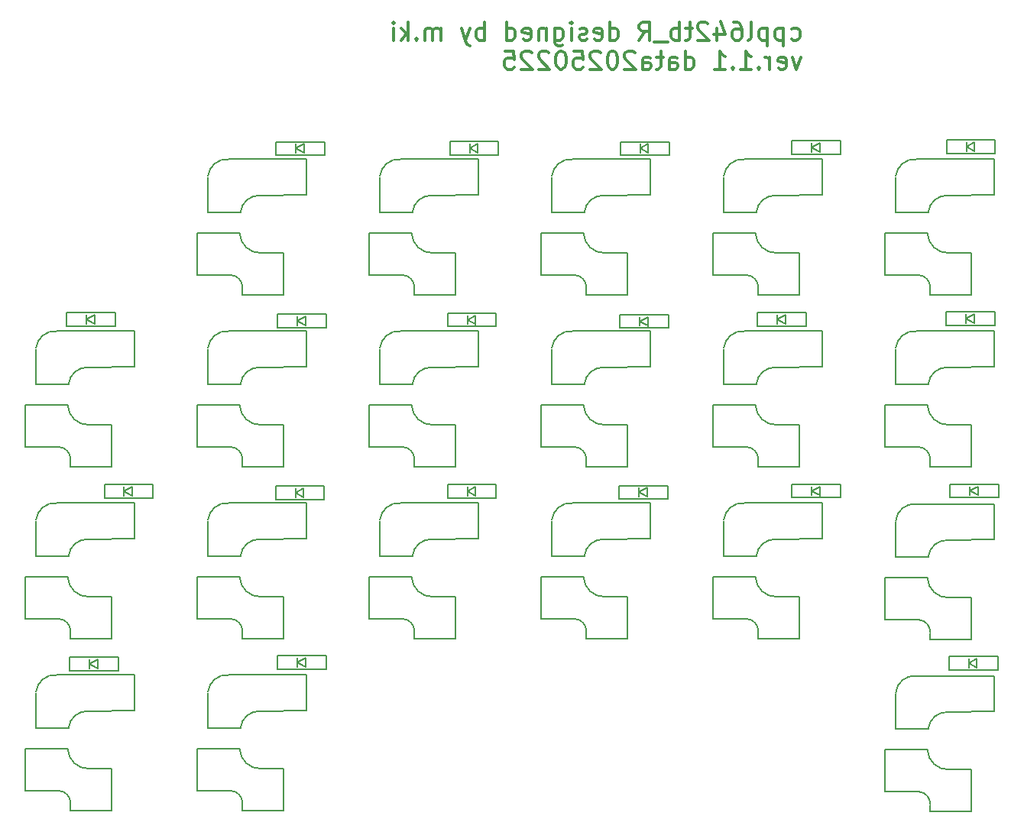
<source format=gbr>
%TF.GenerationSoftware,KiCad,Pcbnew,8.0.7*%
%TF.CreationDate,2025-02-26T14:12:20+09:00*%
%TF.ProjectId,cool642tb_R,636f6f6c-3634-4327-9462-5f522e6b6963,rev?*%
%TF.SameCoordinates,Original*%
%TF.FileFunction,Legend,Bot*%
%TF.FilePolarity,Positive*%
%FSLAX46Y46*%
G04 Gerber Fmt 4.6, Leading zero omitted, Abs format (unit mm)*
G04 Created by KiCad (PCBNEW 8.0.7) date 2025-02-26 14:12:20*
%MOMM*%
%LPD*%
G01*
G04 APERTURE LIST*
%ADD10C,0.300000*%
%ADD11C,0.150000*%
G04 APERTURE END LIST*
D10*
X58549298Y20105488D02*
X58739774Y20010249D01*
X58739774Y20010249D02*
X59120727Y20010249D01*
X59120727Y20010249D02*
X59311203Y20105488D01*
X59311203Y20105488D02*
X59406441Y20200726D01*
X59406441Y20200726D02*
X59501679Y20391202D01*
X59501679Y20391202D02*
X59501679Y20962630D01*
X59501679Y20962630D02*
X59406441Y21153107D01*
X59406441Y21153107D02*
X59311203Y21248345D01*
X59311203Y21248345D02*
X59120727Y21343583D01*
X59120727Y21343583D02*
X58739774Y21343583D01*
X58739774Y21343583D02*
X58549298Y21248345D01*
X57692155Y21343583D02*
X57692155Y19343583D01*
X57692155Y21248345D02*
X57501679Y21343583D01*
X57501679Y21343583D02*
X57120726Y21343583D01*
X57120726Y21343583D02*
X56930250Y21248345D01*
X56930250Y21248345D02*
X56835012Y21153107D01*
X56835012Y21153107D02*
X56739774Y20962630D01*
X56739774Y20962630D02*
X56739774Y20391202D01*
X56739774Y20391202D02*
X56835012Y20200726D01*
X56835012Y20200726D02*
X56930250Y20105488D01*
X56930250Y20105488D02*
X57120726Y20010249D01*
X57120726Y20010249D02*
X57501679Y20010249D01*
X57501679Y20010249D02*
X57692155Y20105488D01*
X55882631Y21343583D02*
X55882631Y19343583D01*
X55882631Y21248345D02*
X55692155Y21343583D01*
X55692155Y21343583D02*
X55311202Y21343583D01*
X55311202Y21343583D02*
X55120726Y21248345D01*
X55120726Y21248345D02*
X55025488Y21153107D01*
X55025488Y21153107D02*
X54930250Y20962630D01*
X54930250Y20962630D02*
X54930250Y20391202D01*
X54930250Y20391202D02*
X55025488Y20200726D01*
X55025488Y20200726D02*
X55120726Y20105488D01*
X55120726Y20105488D02*
X55311202Y20010249D01*
X55311202Y20010249D02*
X55692155Y20010249D01*
X55692155Y20010249D02*
X55882631Y20105488D01*
X53787393Y20010249D02*
X53977869Y20105488D01*
X53977869Y20105488D02*
X54073107Y20295964D01*
X54073107Y20295964D02*
X54073107Y22010249D01*
X52168345Y22010249D02*
X52549298Y22010249D01*
X52549298Y22010249D02*
X52739774Y21915011D01*
X52739774Y21915011D02*
X52835012Y21819773D01*
X52835012Y21819773D02*
X53025488Y21534059D01*
X53025488Y21534059D02*
X53120726Y21153107D01*
X53120726Y21153107D02*
X53120726Y20391202D01*
X53120726Y20391202D02*
X53025488Y20200726D01*
X53025488Y20200726D02*
X52930250Y20105488D01*
X52930250Y20105488D02*
X52739774Y20010249D01*
X52739774Y20010249D02*
X52358821Y20010249D01*
X52358821Y20010249D02*
X52168345Y20105488D01*
X52168345Y20105488D02*
X52073107Y20200726D01*
X52073107Y20200726D02*
X51977869Y20391202D01*
X51977869Y20391202D02*
X51977869Y20867392D01*
X51977869Y20867392D02*
X52073107Y21057868D01*
X52073107Y21057868D02*
X52168345Y21153107D01*
X52168345Y21153107D02*
X52358821Y21248345D01*
X52358821Y21248345D02*
X52739774Y21248345D01*
X52739774Y21248345D02*
X52930250Y21153107D01*
X52930250Y21153107D02*
X53025488Y21057868D01*
X53025488Y21057868D02*
X53120726Y20867392D01*
X50263583Y21343583D02*
X50263583Y20010249D01*
X50739774Y22105488D02*
X51215964Y20676916D01*
X51215964Y20676916D02*
X49977869Y20676916D01*
X49311202Y21819773D02*
X49215964Y21915011D01*
X49215964Y21915011D02*
X49025488Y22010249D01*
X49025488Y22010249D02*
X48549297Y22010249D01*
X48549297Y22010249D02*
X48358821Y21915011D01*
X48358821Y21915011D02*
X48263583Y21819773D01*
X48263583Y21819773D02*
X48168345Y21629297D01*
X48168345Y21629297D02*
X48168345Y21438821D01*
X48168345Y21438821D02*
X48263583Y21153107D01*
X48263583Y21153107D02*
X49406440Y20010249D01*
X49406440Y20010249D02*
X48168345Y20010249D01*
X47596916Y21343583D02*
X46835012Y21343583D01*
X47311202Y22010249D02*
X47311202Y20295964D01*
X47311202Y20295964D02*
X47215964Y20105488D01*
X47215964Y20105488D02*
X47025488Y20010249D01*
X47025488Y20010249D02*
X46835012Y20010249D01*
X46168345Y20010249D02*
X46168345Y22010249D01*
X46168345Y21248345D02*
X45977869Y21343583D01*
X45977869Y21343583D02*
X45596916Y21343583D01*
X45596916Y21343583D02*
X45406440Y21248345D01*
X45406440Y21248345D02*
X45311202Y21153107D01*
X45311202Y21153107D02*
X45215964Y20962630D01*
X45215964Y20962630D02*
X45215964Y20391202D01*
X45215964Y20391202D02*
X45311202Y20200726D01*
X45311202Y20200726D02*
X45406440Y20105488D01*
X45406440Y20105488D02*
X45596916Y20010249D01*
X45596916Y20010249D02*
X45977869Y20010249D01*
X45977869Y20010249D02*
X46168345Y20105488D01*
X44835012Y19819773D02*
X43311202Y19819773D01*
X41692154Y20010249D02*
X42358821Y20962630D01*
X42835011Y20010249D02*
X42835011Y22010249D01*
X42835011Y22010249D02*
X42073106Y22010249D01*
X42073106Y22010249D02*
X41882630Y21915011D01*
X41882630Y21915011D02*
X41787392Y21819773D01*
X41787392Y21819773D02*
X41692154Y21629297D01*
X41692154Y21629297D02*
X41692154Y21343583D01*
X41692154Y21343583D02*
X41787392Y21153107D01*
X41787392Y21153107D02*
X41882630Y21057868D01*
X41882630Y21057868D02*
X42073106Y20962630D01*
X42073106Y20962630D02*
X42835011Y20962630D01*
X38454058Y20010249D02*
X38454058Y22010249D01*
X38454058Y20105488D02*
X38644534Y20010249D01*
X38644534Y20010249D02*
X39025487Y20010249D01*
X39025487Y20010249D02*
X39215963Y20105488D01*
X39215963Y20105488D02*
X39311201Y20200726D01*
X39311201Y20200726D02*
X39406439Y20391202D01*
X39406439Y20391202D02*
X39406439Y20962630D01*
X39406439Y20962630D02*
X39311201Y21153107D01*
X39311201Y21153107D02*
X39215963Y21248345D01*
X39215963Y21248345D02*
X39025487Y21343583D01*
X39025487Y21343583D02*
X38644534Y21343583D01*
X38644534Y21343583D02*
X38454058Y21248345D01*
X36739772Y20105488D02*
X36930248Y20010249D01*
X36930248Y20010249D02*
X37311201Y20010249D01*
X37311201Y20010249D02*
X37501677Y20105488D01*
X37501677Y20105488D02*
X37596915Y20295964D01*
X37596915Y20295964D02*
X37596915Y21057868D01*
X37596915Y21057868D02*
X37501677Y21248345D01*
X37501677Y21248345D02*
X37311201Y21343583D01*
X37311201Y21343583D02*
X36930248Y21343583D01*
X36930248Y21343583D02*
X36739772Y21248345D01*
X36739772Y21248345D02*
X36644534Y21057868D01*
X36644534Y21057868D02*
X36644534Y20867392D01*
X36644534Y20867392D02*
X37596915Y20676916D01*
X35882629Y20105488D02*
X35692153Y20010249D01*
X35692153Y20010249D02*
X35311201Y20010249D01*
X35311201Y20010249D02*
X35120724Y20105488D01*
X35120724Y20105488D02*
X35025486Y20295964D01*
X35025486Y20295964D02*
X35025486Y20391202D01*
X35025486Y20391202D02*
X35120724Y20581678D01*
X35120724Y20581678D02*
X35311201Y20676916D01*
X35311201Y20676916D02*
X35596915Y20676916D01*
X35596915Y20676916D02*
X35787391Y20772154D01*
X35787391Y20772154D02*
X35882629Y20962630D01*
X35882629Y20962630D02*
X35882629Y21057868D01*
X35882629Y21057868D02*
X35787391Y21248345D01*
X35787391Y21248345D02*
X35596915Y21343583D01*
X35596915Y21343583D02*
X35311201Y21343583D01*
X35311201Y21343583D02*
X35120724Y21248345D01*
X34168343Y20010249D02*
X34168343Y21343583D01*
X34168343Y22010249D02*
X34263581Y21915011D01*
X34263581Y21915011D02*
X34168343Y21819773D01*
X34168343Y21819773D02*
X34073105Y21915011D01*
X34073105Y21915011D02*
X34168343Y22010249D01*
X34168343Y22010249D02*
X34168343Y21819773D01*
X32358819Y21343583D02*
X32358819Y19724535D01*
X32358819Y19724535D02*
X32454057Y19534059D01*
X32454057Y19534059D02*
X32549295Y19438821D01*
X32549295Y19438821D02*
X32739772Y19343583D01*
X32739772Y19343583D02*
X33025486Y19343583D01*
X33025486Y19343583D02*
X33215962Y19438821D01*
X32358819Y20105488D02*
X32549295Y20010249D01*
X32549295Y20010249D02*
X32930248Y20010249D01*
X32930248Y20010249D02*
X33120724Y20105488D01*
X33120724Y20105488D02*
X33215962Y20200726D01*
X33215962Y20200726D02*
X33311200Y20391202D01*
X33311200Y20391202D02*
X33311200Y20962630D01*
X33311200Y20962630D02*
X33215962Y21153107D01*
X33215962Y21153107D02*
X33120724Y21248345D01*
X33120724Y21248345D02*
X32930248Y21343583D01*
X32930248Y21343583D02*
X32549295Y21343583D01*
X32549295Y21343583D02*
X32358819Y21248345D01*
X31406438Y21343583D02*
X31406438Y20010249D01*
X31406438Y21153107D02*
X31311200Y21248345D01*
X31311200Y21248345D02*
X31120724Y21343583D01*
X31120724Y21343583D02*
X30835009Y21343583D01*
X30835009Y21343583D02*
X30644533Y21248345D01*
X30644533Y21248345D02*
X30549295Y21057868D01*
X30549295Y21057868D02*
X30549295Y20010249D01*
X28835009Y20105488D02*
X29025485Y20010249D01*
X29025485Y20010249D02*
X29406438Y20010249D01*
X29406438Y20010249D02*
X29596914Y20105488D01*
X29596914Y20105488D02*
X29692152Y20295964D01*
X29692152Y20295964D02*
X29692152Y21057868D01*
X29692152Y21057868D02*
X29596914Y21248345D01*
X29596914Y21248345D02*
X29406438Y21343583D01*
X29406438Y21343583D02*
X29025485Y21343583D01*
X29025485Y21343583D02*
X28835009Y21248345D01*
X28835009Y21248345D02*
X28739771Y21057868D01*
X28739771Y21057868D02*
X28739771Y20867392D01*
X28739771Y20867392D02*
X29692152Y20676916D01*
X27025485Y20010249D02*
X27025485Y22010249D01*
X27025485Y20105488D02*
X27215961Y20010249D01*
X27215961Y20010249D02*
X27596914Y20010249D01*
X27596914Y20010249D02*
X27787390Y20105488D01*
X27787390Y20105488D02*
X27882628Y20200726D01*
X27882628Y20200726D02*
X27977866Y20391202D01*
X27977866Y20391202D02*
X27977866Y20962630D01*
X27977866Y20962630D02*
X27882628Y21153107D01*
X27882628Y21153107D02*
X27787390Y21248345D01*
X27787390Y21248345D02*
X27596914Y21343583D01*
X27596914Y21343583D02*
X27215961Y21343583D01*
X27215961Y21343583D02*
X27025485Y21248345D01*
X24549294Y20010249D02*
X24549294Y22010249D01*
X24549294Y21248345D02*
X24358818Y21343583D01*
X24358818Y21343583D02*
X23977865Y21343583D01*
X23977865Y21343583D02*
X23787389Y21248345D01*
X23787389Y21248345D02*
X23692151Y21153107D01*
X23692151Y21153107D02*
X23596913Y20962630D01*
X23596913Y20962630D02*
X23596913Y20391202D01*
X23596913Y20391202D02*
X23692151Y20200726D01*
X23692151Y20200726D02*
X23787389Y20105488D01*
X23787389Y20105488D02*
X23977865Y20010249D01*
X23977865Y20010249D02*
X24358818Y20010249D01*
X24358818Y20010249D02*
X24549294Y20105488D01*
X22930246Y21343583D02*
X22454056Y20010249D01*
X21977865Y21343583D02*
X22454056Y20010249D01*
X22454056Y20010249D02*
X22644532Y19534059D01*
X22644532Y19534059D02*
X22739770Y19438821D01*
X22739770Y19438821D02*
X22930246Y19343583D01*
X19692150Y20010249D02*
X19692150Y21343583D01*
X19692150Y21153107D02*
X19596912Y21248345D01*
X19596912Y21248345D02*
X19406436Y21343583D01*
X19406436Y21343583D02*
X19120721Y21343583D01*
X19120721Y21343583D02*
X18930245Y21248345D01*
X18930245Y21248345D02*
X18835007Y21057868D01*
X18835007Y21057868D02*
X18835007Y20010249D01*
X18835007Y21057868D02*
X18739769Y21248345D01*
X18739769Y21248345D02*
X18549293Y21343583D01*
X18549293Y21343583D02*
X18263579Y21343583D01*
X18263579Y21343583D02*
X18073102Y21248345D01*
X18073102Y21248345D02*
X17977864Y21057868D01*
X17977864Y21057868D02*
X17977864Y20010249D01*
X17025483Y20200726D02*
X16930245Y20105488D01*
X16930245Y20105488D02*
X17025483Y20010249D01*
X17025483Y20010249D02*
X17120721Y20105488D01*
X17120721Y20105488D02*
X17025483Y20200726D01*
X17025483Y20200726D02*
X17025483Y20010249D01*
X16073102Y20010249D02*
X16073102Y22010249D01*
X15882626Y20772154D02*
X15311197Y20010249D01*
X15311197Y21343583D02*
X16073102Y20581678D01*
X14454054Y20010249D02*
X14454054Y21343583D01*
X14454054Y22010249D02*
X14549292Y21915011D01*
X14549292Y21915011D02*
X14454054Y21819773D01*
X14454054Y21819773D02*
X14358816Y21915011D01*
X14358816Y21915011D02*
X14454054Y22010249D01*
X14454054Y22010249D02*
X14454054Y21819773D01*
X59596917Y18123695D02*
X59120727Y16790361D01*
X59120727Y16790361D02*
X58644536Y18123695D01*
X57120726Y16885600D02*
X57311202Y16790361D01*
X57311202Y16790361D02*
X57692155Y16790361D01*
X57692155Y16790361D02*
X57882631Y16885600D01*
X57882631Y16885600D02*
X57977869Y17076076D01*
X57977869Y17076076D02*
X57977869Y17837980D01*
X57977869Y17837980D02*
X57882631Y18028457D01*
X57882631Y18028457D02*
X57692155Y18123695D01*
X57692155Y18123695D02*
X57311202Y18123695D01*
X57311202Y18123695D02*
X57120726Y18028457D01*
X57120726Y18028457D02*
X57025488Y17837980D01*
X57025488Y17837980D02*
X57025488Y17647504D01*
X57025488Y17647504D02*
X57977869Y17457028D01*
X56168345Y16790361D02*
X56168345Y18123695D01*
X56168345Y17742742D02*
X56073107Y17933219D01*
X56073107Y17933219D02*
X55977869Y18028457D01*
X55977869Y18028457D02*
X55787393Y18123695D01*
X55787393Y18123695D02*
X55596916Y18123695D01*
X54930250Y16980838D02*
X54835012Y16885600D01*
X54835012Y16885600D02*
X54930250Y16790361D01*
X54930250Y16790361D02*
X55025488Y16885600D01*
X55025488Y16885600D02*
X54930250Y16980838D01*
X54930250Y16980838D02*
X54930250Y16790361D01*
X52930250Y16790361D02*
X54073107Y16790361D01*
X53501679Y16790361D02*
X53501679Y18790361D01*
X53501679Y18790361D02*
X53692155Y18504647D01*
X53692155Y18504647D02*
X53882631Y18314171D01*
X53882631Y18314171D02*
X54073107Y18218933D01*
X52073107Y16980838D02*
X51977869Y16885600D01*
X51977869Y16885600D02*
X52073107Y16790361D01*
X52073107Y16790361D02*
X52168345Y16885600D01*
X52168345Y16885600D02*
X52073107Y16980838D01*
X52073107Y16980838D02*
X52073107Y16790361D01*
X50073107Y16790361D02*
X51215964Y16790361D01*
X50644536Y16790361D02*
X50644536Y18790361D01*
X50644536Y18790361D02*
X50835012Y18504647D01*
X50835012Y18504647D02*
X51025488Y18314171D01*
X51025488Y18314171D02*
X51215964Y18218933D01*
X46835011Y16790361D02*
X46835011Y18790361D01*
X46835011Y16885600D02*
X47025487Y16790361D01*
X47025487Y16790361D02*
X47406440Y16790361D01*
X47406440Y16790361D02*
X47596916Y16885600D01*
X47596916Y16885600D02*
X47692154Y16980838D01*
X47692154Y16980838D02*
X47787392Y17171314D01*
X47787392Y17171314D02*
X47787392Y17742742D01*
X47787392Y17742742D02*
X47692154Y17933219D01*
X47692154Y17933219D02*
X47596916Y18028457D01*
X47596916Y18028457D02*
X47406440Y18123695D01*
X47406440Y18123695D02*
X47025487Y18123695D01*
X47025487Y18123695D02*
X46835011Y18028457D01*
X45025487Y16790361D02*
X45025487Y17837980D01*
X45025487Y17837980D02*
X45120725Y18028457D01*
X45120725Y18028457D02*
X45311201Y18123695D01*
X45311201Y18123695D02*
X45692154Y18123695D01*
X45692154Y18123695D02*
X45882630Y18028457D01*
X45025487Y16885600D02*
X45215963Y16790361D01*
X45215963Y16790361D02*
X45692154Y16790361D01*
X45692154Y16790361D02*
X45882630Y16885600D01*
X45882630Y16885600D02*
X45977868Y17076076D01*
X45977868Y17076076D02*
X45977868Y17266552D01*
X45977868Y17266552D02*
X45882630Y17457028D01*
X45882630Y17457028D02*
X45692154Y17552266D01*
X45692154Y17552266D02*
X45215963Y17552266D01*
X45215963Y17552266D02*
X45025487Y17647504D01*
X44358820Y18123695D02*
X43596916Y18123695D01*
X44073106Y18790361D02*
X44073106Y17076076D01*
X44073106Y17076076D02*
X43977868Y16885600D01*
X43977868Y16885600D02*
X43787392Y16790361D01*
X43787392Y16790361D02*
X43596916Y16790361D01*
X42073106Y16790361D02*
X42073106Y17837980D01*
X42073106Y17837980D02*
X42168344Y18028457D01*
X42168344Y18028457D02*
X42358820Y18123695D01*
X42358820Y18123695D02*
X42739773Y18123695D01*
X42739773Y18123695D02*
X42930249Y18028457D01*
X42073106Y16885600D02*
X42263582Y16790361D01*
X42263582Y16790361D02*
X42739773Y16790361D01*
X42739773Y16790361D02*
X42930249Y16885600D01*
X42930249Y16885600D02*
X43025487Y17076076D01*
X43025487Y17076076D02*
X43025487Y17266552D01*
X43025487Y17266552D02*
X42930249Y17457028D01*
X42930249Y17457028D02*
X42739773Y17552266D01*
X42739773Y17552266D02*
X42263582Y17552266D01*
X42263582Y17552266D02*
X42073106Y17647504D01*
X41215963Y18599885D02*
X41120725Y18695123D01*
X41120725Y18695123D02*
X40930249Y18790361D01*
X40930249Y18790361D02*
X40454058Y18790361D01*
X40454058Y18790361D02*
X40263582Y18695123D01*
X40263582Y18695123D02*
X40168344Y18599885D01*
X40168344Y18599885D02*
X40073106Y18409409D01*
X40073106Y18409409D02*
X40073106Y18218933D01*
X40073106Y18218933D02*
X40168344Y17933219D01*
X40168344Y17933219D02*
X41311201Y16790361D01*
X41311201Y16790361D02*
X40073106Y16790361D01*
X38835011Y18790361D02*
X38644534Y18790361D01*
X38644534Y18790361D02*
X38454058Y18695123D01*
X38454058Y18695123D02*
X38358820Y18599885D01*
X38358820Y18599885D02*
X38263582Y18409409D01*
X38263582Y18409409D02*
X38168344Y18028457D01*
X38168344Y18028457D02*
X38168344Y17552266D01*
X38168344Y17552266D02*
X38263582Y17171314D01*
X38263582Y17171314D02*
X38358820Y16980838D01*
X38358820Y16980838D02*
X38454058Y16885600D01*
X38454058Y16885600D02*
X38644534Y16790361D01*
X38644534Y16790361D02*
X38835011Y16790361D01*
X38835011Y16790361D02*
X39025487Y16885600D01*
X39025487Y16885600D02*
X39120725Y16980838D01*
X39120725Y16980838D02*
X39215963Y17171314D01*
X39215963Y17171314D02*
X39311201Y17552266D01*
X39311201Y17552266D02*
X39311201Y18028457D01*
X39311201Y18028457D02*
X39215963Y18409409D01*
X39215963Y18409409D02*
X39120725Y18599885D01*
X39120725Y18599885D02*
X39025487Y18695123D01*
X39025487Y18695123D02*
X38835011Y18790361D01*
X37406439Y18599885D02*
X37311201Y18695123D01*
X37311201Y18695123D02*
X37120725Y18790361D01*
X37120725Y18790361D02*
X36644534Y18790361D01*
X36644534Y18790361D02*
X36454058Y18695123D01*
X36454058Y18695123D02*
X36358820Y18599885D01*
X36358820Y18599885D02*
X36263582Y18409409D01*
X36263582Y18409409D02*
X36263582Y18218933D01*
X36263582Y18218933D02*
X36358820Y17933219D01*
X36358820Y17933219D02*
X37501677Y16790361D01*
X37501677Y16790361D02*
X36263582Y16790361D01*
X34454058Y18790361D02*
X35406439Y18790361D01*
X35406439Y18790361D02*
X35501677Y17837980D01*
X35501677Y17837980D02*
X35406439Y17933219D01*
X35406439Y17933219D02*
X35215963Y18028457D01*
X35215963Y18028457D02*
X34739772Y18028457D01*
X34739772Y18028457D02*
X34549296Y17933219D01*
X34549296Y17933219D02*
X34454058Y17837980D01*
X34454058Y17837980D02*
X34358820Y17647504D01*
X34358820Y17647504D02*
X34358820Y17171314D01*
X34358820Y17171314D02*
X34454058Y16980838D01*
X34454058Y16980838D02*
X34549296Y16885600D01*
X34549296Y16885600D02*
X34739772Y16790361D01*
X34739772Y16790361D02*
X35215963Y16790361D01*
X35215963Y16790361D02*
X35406439Y16885600D01*
X35406439Y16885600D02*
X35501677Y16980838D01*
X33120725Y18790361D02*
X32930248Y18790361D01*
X32930248Y18790361D02*
X32739772Y18695123D01*
X32739772Y18695123D02*
X32644534Y18599885D01*
X32644534Y18599885D02*
X32549296Y18409409D01*
X32549296Y18409409D02*
X32454058Y18028457D01*
X32454058Y18028457D02*
X32454058Y17552266D01*
X32454058Y17552266D02*
X32549296Y17171314D01*
X32549296Y17171314D02*
X32644534Y16980838D01*
X32644534Y16980838D02*
X32739772Y16885600D01*
X32739772Y16885600D02*
X32930248Y16790361D01*
X32930248Y16790361D02*
X33120725Y16790361D01*
X33120725Y16790361D02*
X33311201Y16885600D01*
X33311201Y16885600D02*
X33406439Y16980838D01*
X33406439Y16980838D02*
X33501677Y17171314D01*
X33501677Y17171314D02*
X33596915Y17552266D01*
X33596915Y17552266D02*
X33596915Y18028457D01*
X33596915Y18028457D02*
X33501677Y18409409D01*
X33501677Y18409409D02*
X33406439Y18599885D01*
X33406439Y18599885D02*
X33311201Y18695123D01*
X33311201Y18695123D02*
X33120725Y18790361D01*
X31692153Y18599885D02*
X31596915Y18695123D01*
X31596915Y18695123D02*
X31406439Y18790361D01*
X31406439Y18790361D02*
X30930248Y18790361D01*
X30930248Y18790361D02*
X30739772Y18695123D01*
X30739772Y18695123D02*
X30644534Y18599885D01*
X30644534Y18599885D02*
X30549296Y18409409D01*
X30549296Y18409409D02*
X30549296Y18218933D01*
X30549296Y18218933D02*
X30644534Y17933219D01*
X30644534Y17933219D02*
X31787391Y16790361D01*
X31787391Y16790361D02*
X30549296Y16790361D01*
X29787391Y18599885D02*
X29692153Y18695123D01*
X29692153Y18695123D02*
X29501677Y18790361D01*
X29501677Y18790361D02*
X29025486Y18790361D01*
X29025486Y18790361D02*
X28835010Y18695123D01*
X28835010Y18695123D02*
X28739772Y18599885D01*
X28739772Y18599885D02*
X28644534Y18409409D01*
X28644534Y18409409D02*
X28644534Y18218933D01*
X28644534Y18218933D02*
X28739772Y17933219D01*
X28739772Y17933219D02*
X29882629Y16790361D01*
X29882629Y16790361D02*
X28644534Y16790361D01*
X26835010Y18790361D02*
X27787391Y18790361D01*
X27787391Y18790361D02*
X27882629Y17837980D01*
X27882629Y17837980D02*
X27787391Y17933219D01*
X27787391Y17933219D02*
X27596915Y18028457D01*
X27596915Y18028457D02*
X27120724Y18028457D01*
X27120724Y18028457D02*
X26930248Y17933219D01*
X26930248Y17933219D02*
X26835010Y17837980D01*
X26835010Y17837980D02*
X26739772Y17647504D01*
X26739772Y17647504D02*
X26739772Y17171314D01*
X26739772Y17171314D02*
X26835010Y16980838D01*
X26835010Y16980838D02*
X26930248Y16885600D01*
X26930248Y16885600D02*
X27120724Y16790361D01*
X27120724Y16790361D02*
X27596915Y16790361D01*
X27596915Y16790361D02*
X27787391Y16885600D01*
X27787391Y16885600D02*
X27882629Y16980838D01*
D11*
%TO.C,D7*%
X20450000Y-29260000D02*
X20450000Y-30760000D01*
X20450000Y-30760000D02*
X25850000Y-30760000D01*
X22650000Y-30010000D02*
X23550000Y-29510000D01*
X22650000Y-30510000D02*
X22650000Y-29510000D01*
X23550000Y-30510000D02*
X22650000Y-30010000D01*
X23550000Y-30520000D02*
X23550000Y-29520000D01*
X25850000Y-29260000D02*
X20450000Y-29260000D01*
X25850000Y-30760000D02*
X25850000Y-29260000D01*
%TO.C,D11*%
X39480000Y-29350000D02*
X39480000Y-30850000D01*
X39480000Y-30850000D02*
X44880000Y-30850000D01*
X41680000Y-30100000D02*
X42580000Y-29600000D01*
X41680000Y-30600000D02*
X41680000Y-29600000D01*
X42580000Y-30600000D02*
X41680000Y-30100000D01*
X42580000Y-30610000D02*
X42580000Y-29610000D01*
X44880000Y-29350000D02*
X39480000Y-29350000D01*
X44880000Y-30850000D02*
X44880000Y-29350000D01*
%TO.C,SW1*%
X-7275000Y-1400000D02*
X-7300000Y-6000000D01*
X-6100000Y4850000D02*
X-6100000Y905000D01*
X-6100000Y896000D02*
X-2490000Y896000D01*
X-3500000Y-6025000D02*
X-7275000Y-6025000D01*
X-2575000Y-1375000D02*
X-7275000Y-1375000D01*
X-2280000Y-7500000D02*
X-2280000Y-8200000D01*
X2275000Y-3575000D02*
X-275000Y-3575000D01*
X2275000Y-8225000D02*
X-2275000Y-8225000D01*
X2300000Y-3600000D02*
X2300000Y-8200000D01*
X4800000Y6804000D02*
X-3825000Y6804000D01*
X4800000Y2896000D02*
X4800000Y6804000D01*
X4800000Y2850000D02*
X-250000Y2804000D01*
X-6089000Y4920000D02*
G75*
G02*
X-3825000Y6804000I2074000J-190000D01*
G01*
X-3500000Y-6030000D02*
G75*
G02*
X-2280000Y-7450000I-100000J-1320000D01*
G01*
X-2485000Y920000D02*
G75*
G02*
X-225000Y2800000I2070000J-190000D01*
G01*
X-200000Y-3570000D02*
G75*
G02*
X-2570000Y-1400000I-100000J2270000D01*
G01*
%TO.C,D20*%
X76010000Y-48310000D02*
X76010000Y-49810000D01*
X76010000Y-49810000D02*
X81410000Y-49810000D01*
X78210000Y-49060000D02*
X79110000Y-48560000D01*
X78210000Y-49560000D02*
X78210000Y-48560000D01*
X79110000Y-49560000D02*
X78210000Y-49060000D01*
X79110000Y-49570000D02*
X79110000Y-48570000D01*
X81410000Y-48310000D02*
X76010000Y-48310000D01*
X81410000Y-49810000D02*
X81410000Y-48310000D01*
%TO.C,SW8*%
X-26325000Y-39500000D02*
X-26350000Y-44100000D01*
X-25150000Y-33250000D02*
X-25150000Y-37195000D01*
X-25150000Y-37204000D02*
X-21540000Y-37204000D01*
X-22550000Y-44125000D02*
X-26325000Y-44125000D01*
X-21625000Y-39475000D02*
X-26325000Y-39475000D01*
X-21330000Y-45600000D02*
X-21330000Y-46300000D01*
X-16775000Y-41675000D02*
X-19325000Y-41675000D01*
X-16775000Y-46325000D02*
X-21325000Y-46325000D01*
X-16750000Y-41700000D02*
X-16750000Y-46300000D01*
X-14250000Y-31296000D02*
X-22875000Y-31296000D01*
X-14250000Y-35204000D02*
X-14250000Y-31296000D01*
X-14250000Y-35250000D02*
X-19300000Y-35296000D01*
X-25139000Y-33180000D02*
G75*
G02*
X-22875000Y-31296000I2074000J-190000D01*
G01*
X-22550000Y-44130000D02*
G75*
G02*
X-21330000Y-45550000I-100000J-1320000D01*
G01*
X-21535000Y-37180000D02*
G75*
G02*
X-19275000Y-35300000I2070000J-190000D01*
G01*
X-19250000Y-41670000D02*
G75*
G02*
X-21620000Y-39500000I-100000J2270000D01*
G01*
%TO.C,D13*%
X58610000Y8890000D02*
X58610000Y7390000D01*
X58610000Y7390000D02*
X64010000Y7390000D01*
X60810000Y8140000D02*
X61710000Y8640000D01*
X60810000Y7640000D02*
X60810000Y8640000D01*
X61710000Y7640000D02*
X60810000Y8140000D01*
X61710000Y7630000D02*
X61710000Y8630000D01*
X64010000Y8890000D02*
X58610000Y8890000D01*
X64010000Y7390000D02*
X64010000Y8890000D01*
%TO.C,SW15*%
X49875000Y-39500000D02*
X49850000Y-44100000D01*
X51050000Y-33250000D02*
X51050000Y-37195000D01*
X51050000Y-37204000D02*
X54660000Y-37204000D01*
X53650000Y-44125000D02*
X49875000Y-44125000D01*
X54575000Y-39475000D02*
X49875000Y-39475000D01*
X54870000Y-45600000D02*
X54870000Y-46300000D01*
X59425000Y-41675000D02*
X56875000Y-41675000D01*
X59425000Y-46325000D02*
X54875000Y-46325000D01*
X59450000Y-41700000D02*
X59450000Y-46300000D01*
X61950000Y-31296000D02*
X53325000Y-31296000D01*
X61950000Y-35204000D02*
X61950000Y-31296000D01*
X61950000Y-35250000D02*
X56900000Y-35296000D01*
X51061000Y-33180000D02*
G75*
G02*
X53325000Y-31296000I2074000J-190000D01*
G01*
X53650000Y-44130000D02*
G75*
G02*
X54870000Y-45550000I-100000J-1320000D01*
G01*
X54665000Y-37180000D02*
G75*
G02*
X56925000Y-35300000I2070000J-190000D01*
G01*
X56950000Y-41670000D02*
G75*
G02*
X54580000Y-39500000I-100000J2270000D01*
G01*
%TO.C,SW16*%
X-7275000Y-58550000D02*
X-7300000Y-63150000D01*
X-6100000Y-52300000D02*
X-6100000Y-56245000D01*
X-6100000Y-56254000D02*
X-2490000Y-56254000D01*
X-3500000Y-63175000D02*
X-7275000Y-63175000D01*
X-2575000Y-58525000D02*
X-7275000Y-58525000D01*
X-2280000Y-64650000D02*
X-2280000Y-65350000D01*
X2275000Y-60725000D02*
X-275000Y-60725000D01*
X2275000Y-65375000D02*
X-2275000Y-65375000D01*
X2300000Y-60750000D02*
X2300000Y-65350000D01*
X4800000Y-50346000D02*
X-3825000Y-50346000D01*
X4800000Y-54254000D02*
X4800000Y-50346000D01*
X4800000Y-54300000D02*
X-250000Y-54346000D01*
X-6089000Y-52230000D02*
G75*
G02*
X-3825000Y-50346000I2074000J-190000D01*
G01*
X-3500000Y-63180000D02*
G75*
G02*
X-2280000Y-64600000I-100000J-1320000D01*
G01*
X-2485000Y-56230000D02*
G75*
G02*
X-225000Y-54350000I2070000J-190000D01*
G01*
X-200000Y-60720000D02*
G75*
G02*
X-2570000Y-58550000I-100000J2270000D01*
G01*
%TO.C,SW13*%
X49875000Y-1400000D02*
X49850000Y-6000000D01*
X51050000Y4850000D02*
X51050000Y905000D01*
X51050000Y896000D02*
X54660000Y896000D01*
X53650000Y-6025000D02*
X49875000Y-6025000D01*
X54575000Y-1375000D02*
X49875000Y-1375000D01*
X54870000Y-7500000D02*
X54870000Y-8200000D01*
X59425000Y-3575000D02*
X56875000Y-3575000D01*
X59425000Y-8225000D02*
X54875000Y-8225000D01*
X59450000Y-3600000D02*
X59450000Y-8200000D01*
X61950000Y6804000D02*
X53325000Y6804000D01*
X61950000Y2896000D02*
X61950000Y6804000D01*
X61950000Y2850000D02*
X56900000Y2804000D01*
X51061000Y4920000D02*
G75*
G02*
X53325000Y6804000I2074000J-190000D01*
G01*
X53650000Y-6030000D02*
G75*
G02*
X54870000Y-7450000I-100000J-1320000D01*
G01*
X54665000Y920000D02*
G75*
G02*
X56925000Y2800000I2070000J-190000D01*
G01*
X56950000Y-3570000D02*
G75*
G02*
X54580000Y-1400000I-100000J2270000D01*
G01*
%TO.C,D15*%
X58610000Y-29200000D02*
X58610000Y-30700000D01*
X58610000Y-30700000D02*
X64010000Y-30700000D01*
X60810000Y-29950000D02*
X61710000Y-29450000D01*
X60810000Y-30450000D02*
X60810000Y-29450000D01*
X61710000Y-30450000D02*
X60810000Y-29950000D01*
X61710000Y-30460000D02*
X61710000Y-29460000D01*
X64010000Y-29200000D02*
X58610000Y-29200000D01*
X64010000Y-30700000D02*
X64010000Y-29200000D01*
%TO.C,D1*%
X1460000Y8750000D02*
X1460000Y7250000D01*
X1460000Y7250000D02*
X6860000Y7250000D01*
X3660000Y8000000D02*
X4560000Y8500000D01*
X3660000Y7500000D02*
X3660000Y8500000D01*
X4560000Y7500000D02*
X3660000Y8000000D01*
X4560000Y7490000D02*
X4560000Y8490000D01*
X6860000Y8750000D02*
X1460000Y8750000D01*
X6860000Y7250000D02*
X6860000Y8750000D01*
%TO.C,D9*%
X39600000Y8750000D02*
X39600000Y7250000D01*
X39600000Y7250000D02*
X45000000Y7250000D01*
X41800000Y8000000D02*
X42700000Y8500000D01*
X41800000Y7500000D02*
X41800000Y8500000D01*
X42700000Y7500000D02*
X41800000Y8000000D01*
X42700000Y7490000D02*
X42700000Y8490000D01*
X45000000Y8750000D02*
X39600000Y8750000D01*
X45000000Y7250000D02*
X45000000Y8750000D01*
%TO.C,D17*%
X75740000Y8930000D02*
X75740000Y7430000D01*
X75740000Y7430000D02*
X81140000Y7430000D01*
X77940000Y8180000D02*
X78840000Y8680000D01*
X77940000Y7680000D02*
X77940000Y8680000D01*
X78840000Y7680000D02*
X77940000Y8180000D01*
X78840000Y7670000D02*
X78840000Y8670000D01*
X81140000Y8930000D02*
X75740000Y8930000D01*
X81140000Y7430000D02*
X81140000Y8930000D01*
%TO.C,D4*%
X-21740000Y-10200000D02*
X-21740000Y-11700000D01*
X-21740000Y-11700000D02*
X-16340000Y-11700000D01*
X-19540000Y-10950000D02*
X-18640000Y-10450000D01*
X-19540000Y-11450000D02*
X-19540000Y-10450000D01*
X-18640000Y-11450000D02*
X-19540000Y-10950000D01*
X-18640000Y-11460000D02*
X-18640000Y-10460000D01*
X-16340000Y-10200000D02*
X-21740000Y-10200000D01*
X-16340000Y-11700000D02*
X-16340000Y-10200000D01*
%TO.C,D16*%
X1630000Y-48220000D02*
X1630000Y-49720000D01*
X1630000Y-49720000D02*
X7030000Y-49720000D01*
X3830000Y-48970000D02*
X4730000Y-48470000D01*
X3830000Y-49470000D02*
X3830000Y-48470000D01*
X4730000Y-49470000D02*
X3830000Y-48970000D01*
X4730000Y-49480000D02*
X4730000Y-48480000D01*
X7030000Y-48220000D02*
X1630000Y-48220000D01*
X7030000Y-49720000D02*
X7030000Y-48220000D01*
%TO.C,SW17*%
X68925000Y-1400000D02*
X68900000Y-6000000D01*
X70100000Y4850000D02*
X70100000Y905000D01*
X70100000Y896000D02*
X73710000Y896000D01*
X72700000Y-6025000D02*
X68925000Y-6025000D01*
X73625000Y-1375000D02*
X68925000Y-1375000D01*
X73920000Y-7500000D02*
X73920000Y-8200000D01*
X78475000Y-3575000D02*
X75925000Y-3575000D01*
X78475000Y-8225000D02*
X73925000Y-8225000D01*
X78500000Y-3600000D02*
X78500000Y-8200000D01*
X81000000Y6804000D02*
X72375000Y6804000D01*
X81000000Y2896000D02*
X81000000Y6804000D01*
X81000000Y2850000D02*
X75950000Y2804000D01*
X70111000Y4920000D02*
G75*
G02*
X72375000Y6804000I2074000J-190000D01*
G01*
X72700000Y-6030000D02*
G75*
G02*
X73920000Y-7450000I-100000J-1320000D01*
G01*
X73715000Y920000D02*
G75*
G02*
X75975000Y2800000I2070000J-190000D01*
G01*
X76000000Y-3570000D02*
G75*
G02*
X73630000Y-1400000I-100000J2270000D01*
G01*
%TO.C,D3*%
X1405000Y-29380000D02*
X1405000Y-30880000D01*
X1405000Y-30880000D02*
X6805000Y-30880000D01*
X3605000Y-30130000D02*
X4505000Y-29630000D01*
X3605000Y-30630000D02*
X3605000Y-29630000D01*
X4505000Y-30630000D02*
X3605000Y-30130000D01*
X4505000Y-30640000D02*
X4505000Y-29640000D01*
X6805000Y-29380000D02*
X1405000Y-29380000D01*
X6805000Y-30880000D02*
X6805000Y-29380000D01*
%TO.C,D19*%
X76155000Y-29190000D02*
X76155000Y-30690000D01*
X76155000Y-30690000D02*
X81555000Y-30690000D01*
X78355000Y-29940000D02*
X79255000Y-29440000D01*
X78355000Y-30440000D02*
X78355000Y-29440000D01*
X79255000Y-30440000D02*
X78355000Y-29940000D01*
X79255000Y-30450000D02*
X79255000Y-29450000D01*
X81555000Y-29190000D02*
X76155000Y-29190000D01*
X81555000Y-30690000D02*
X81555000Y-29190000D01*
%TO.C,SW11*%
X30825000Y-39500000D02*
X30800000Y-44100000D01*
X32000000Y-33250000D02*
X32000000Y-37195000D01*
X32000000Y-37204000D02*
X35610000Y-37204000D01*
X34600000Y-44125000D02*
X30825000Y-44125000D01*
X35525000Y-39475000D02*
X30825000Y-39475000D01*
X35820000Y-45600000D02*
X35820000Y-46300000D01*
X40375000Y-41675000D02*
X37825000Y-41675000D01*
X40375000Y-46325000D02*
X35825000Y-46325000D01*
X40400000Y-41700000D02*
X40400000Y-46300000D01*
X42900000Y-31296000D02*
X34275000Y-31296000D01*
X42900000Y-35204000D02*
X42900000Y-31296000D01*
X42900000Y-35250000D02*
X37850000Y-35296000D01*
X32011000Y-33180000D02*
G75*
G02*
X34275000Y-31296000I2074000J-190000D01*
G01*
X34600000Y-44130000D02*
G75*
G02*
X35820000Y-45550000I-100000J-1320000D01*
G01*
X35615000Y-37180000D02*
G75*
G02*
X37875000Y-35300000I2070000J-190000D01*
G01*
X37900000Y-41670000D02*
G75*
G02*
X35530000Y-39500000I-100000J2270000D01*
G01*
%TO.C,SW12*%
X-26325000Y-58550000D02*
X-26350000Y-63150000D01*
X-25150000Y-52300000D02*
X-25150000Y-56245000D01*
X-25150000Y-56254000D02*
X-21540000Y-56254000D01*
X-22550000Y-63175000D02*
X-26325000Y-63175000D01*
X-21625000Y-58525000D02*
X-26325000Y-58525000D01*
X-21330000Y-64650000D02*
X-21330000Y-65350000D01*
X-16775000Y-60725000D02*
X-19325000Y-60725000D01*
X-16775000Y-65375000D02*
X-21325000Y-65375000D01*
X-16750000Y-60750000D02*
X-16750000Y-65350000D01*
X-14250000Y-50346000D02*
X-22875000Y-50346000D01*
X-14250000Y-54254000D02*
X-14250000Y-50346000D01*
X-14250000Y-54300000D02*
X-19300000Y-54346000D01*
X-25139000Y-52230000D02*
G75*
G02*
X-22875000Y-50346000I2074000J-190000D01*
G01*
X-22550000Y-63180000D02*
G75*
G02*
X-21330000Y-64600000I-100000J-1320000D01*
G01*
X-21535000Y-56230000D02*
G75*
G02*
X-19275000Y-54350000I2070000J-190000D01*
G01*
X-19250000Y-60720000D02*
G75*
G02*
X-21620000Y-58550000I-100000J2270000D01*
G01*
%TO.C,SW19*%
X68925000Y-39600000D02*
X68900000Y-44200000D01*
X70100000Y-33350000D02*
X70100000Y-37295000D01*
X70100000Y-37304000D02*
X73710000Y-37304000D01*
X72700000Y-44225000D02*
X68925000Y-44225000D01*
X73625000Y-39575000D02*
X68925000Y-39575000D01*
X73920000Y-45700000D02*
X73920000Y-46400000D01*
X78475000Y-41775000D02*
X75925000Y-41775000D01*
X78475000Y-46425000D02*
X73925000Y-46425000D01*
X78500000Y-41800000D02*
X78500000Y-46400000D01*
X81000000Y-31396000D02*
X72375000Y-31396000D01*
X81000000Y-35304000D02*
X81000000Y-31396000D01*
X81000000Y-35350000D02*
X75950000Y-35396000D01*
X70111000Y-33280000D02*
G75*
G02*
X72375000Y-31396000I2074000J-190000D01*
G01*
X72700000Y-44230000D02*
G75*
G02*
X73920000Y-45650000I-100000J-1320000D01*
G01*
X73715000Y-37280000D02*
G75*
G02*
X75975000Y-35400000I2070000J-190000D01*
G01*
X76000000Y-41770000D02*
G75*
G02*
X73630000Y-39600000I-100000J2270000D01*
G01*
%TO.C,SW20*%
X68925000Y-58650000D02*
X68900000Y-63250000D01*
X70100000Y-52400000D02*
X70100000Y-56345000D01*
X70100000Y-56354000D02*
X73710000Y-56354000D01*
X72700000Y-63275000D02*
X68925000Y-63275000D01*
X73625000Y-58625000D02*
X68925000Y-58625000D01*
X73920000Y-64750000D02*
X73920000Y-65450000D01*
X78475000Y-60825000D02*
X75925000Y-60825000D01*
X78475000Y-65475000D02*
X73925000Y-65475000D01*
X78500000Y-60850000D02*
X78500000Y-65450000D01*
X81000000Y-50446000D02*
X72375000Y-50446000D01*
X81000000Y-54354000D02*
X81000000Y-50446000D01*
X81000000Y-54400000D02*
X75950000Y-54446000D01*
X70111000Y-52330000D02*
G75*
G02*
X72375000Y-50446000I2074000J-190000D01*
G01*
X72700000Y-63280000D02*
G75*
G02*
X73920000Y-64700000I-100000J-1320000D01*
G01*
X73715000Y-56330000D02*
G75*
G02*
X75975000Y-54450000I2070000J-190000D01*
G01*
X76000000Y-60820000D02*
G75*
G02*
X73630000Y-58650000I-100000J2270000D01*
G01*
%TO.C,SW3*%
X-7275000Y-39500000D02*
X-7300000Y-44100000D01*
X-6100000Y-33250000D02*
X-6100000Y-37195000D01*
X-6100000Y-37204000D02*
X-2490000Y-37204000D01*
X-3500000Y-44125000D02*
X-7275000Y-44125000D01*
X-2575000Y-39475000D02*
X-7275000Y-39475000D01*
X-2280000Y-45600000D02*
X-2280000Y-46300000D01*
X2275000Y-41675000D02*
X-275000Y-41675000D01*
X2275000Y-46325000D02*
X-2275000Y-46325000D01*
X2300000Y-41700000D02*
X2300000Y-46300000D01*
X4800000Y-31296000D02*
X-3825000Y-31296000D01*
X4800000Y-35204000D02*
X4800000Y-31296000D01*
X4800000Y-35250000D02*
X-250000Y-35296000D01*
X-6089000Y-33180000D02*
G75*
G02*
X-3825000Y-31296000I2074000J-190000D01*
G01*
X-3500000Y-44130000D02*
G75*
G02*
X-2280000Y-45550000I-100000J-1320000D01*
G01*
X-2485000Y-37180000D02*
G75*
G02*
X-225000Y-35300000I2070000J-190000D01*
G01*
X-200000Y-41670000D02*
G75*
G02*
X-2570000Y-39500000I-100000J2270000D01*
G01*
%TO.C,D10*%
X39540000Y-10400000D02*
X39540000Y-11900000D01*
X39540000Y-11900000D02*
X44940000Y-11900000D01*
X41740000Y-11150000D02*
X42640000Y-10650000D01*
X41740000Y-11650000D02*
X41740000Y-10650000D01*
X42640000Y-11650000D02*
X41740000Y-11150000D01*
X42640000Y-11660000D02*
X42640000Y-10660000D01*
X44940000Y-10400000D02*
X39540000Y-10400000D01*
X44940000Y-11900000D02*
X44940000Y-10400000D01*
%TO.C,SW7*%
X11775000Y-39500000D02*
X11750000Y-44100000D01*
X12950000Y-33250000D02*
X12950000Y-37195000D01*
X12950000Y-37204000D02*
X16560000Y-37204000D01*
X15550000Y-44125000D02*
X11775000Y-44125000D01*
X16475000Y-39475000D02*
X11775000Y-39475000D01*
X16770000Y-45600000D02*
X16770000Y-46300000D01*
X21325000Y-41675000D02*
X18775000Y-41675000D01*
X21325000Y-46325000D02*
X16775000Y-46325000D01*
X21350000Y-41700000D02*
X21350000Y-46300000D01*
X23850000Y-31296000D02*
X15225000Y-31296000D01*
X23850000Y-35204000D02*
X23850000Y-31296000D01*
X23850000Y-35250000D02*
X18800000Y-35296000D01*
X12961000Y-33180000D02*
G75*
G02*
X15225000Y-31296000I2074000J-190000D01*
G01*
X15550000Y-44130000D02*
G75*
G02*
X16770000Y-45550000I-100000J-1320000D01*
G01*
X16565000Y-37180000D02*
G75*
G02*
X18825000Y-35300000I2070000J-190000D01*
G01*
X18850000Y-41670000D02*
G75*
G02*
X16480000Y-39500000I-100000J2270000D01*
G01*
%TO.C,SW10*%
X30825000Y-20450000D02*
X30800000Y-25050000D01*
X32000000Y-14200000D02*
X32000000Y-18145000D01*
X32000000Y-18154000D02*
X35610000Y-18154000D01*
X34600000Y-25075000D02*
X30825000Y-25075000D01*
X35525000Y-20425000D02*
X30825000Y-20425000D01*
X35820000Y-26550000D02*
X35820000Y-27250000D01*
X40375000Y-22625000D02*
X37825000Y-22625000D01*
X40375000Y-27275000D02*
X35825000Y-27275000D01*
X40400000Y-22650000D02*
X40400000Y-27250000D01*
X42900000Y-12246000D02*
X34275000Y-12246000D01*
X42900000Y-16154000D02*
X42900000Y-12246000D01*
X42900000Y-16200000D02*
X37850000Y-16246000D01*
X32011000Y-14130000D02*
G75*
G02*
X34275000Y-12246000I2074000J-190000D01*
G01*
X34600000Y-25080000D02*
G75*
G02*
X35820000Y-26500000I-100000J-1320000D01*
G01*
X35615000Y-18130000D02*
G75*
G02*
X37875000Y-16250000I2070000J-190000D01*
G01*
X37900000Y-22620000D02*
G75*
G02*
X35530000Y-20450000I-100000J2270000D01*
G01*
%TO.C,D2*%
X1610000Y-10330000D02*
X1610000Y-11830000D01*
X1610000Y-11830000D02*
X7010000Y-11830000D01*
X3810000Y-11080000D02*
X4710000Y-10580000D01*
X3810000Y-11580000D02*
X3810000Y-10580000D01*
X4710000Y-11580000D02*
X3810000Y-11080000D01*
X4710000Y-11590000D02*
X4710000Y-10590000D01*
X7010000Y-10330000D02*
X1610000Y-10330000D01*
X7010000Y-11830000D02*
X7010000Y-10330000D01*
%TO.C,D6*%
X20450000Y-10230000D02*
X20450000Y-11730000D01*
X20450000Y-11730000D02*
X25850000Y-11730000D01*
X22650000Y-10980000D02*
X23550000Y-10480000D01*
X22650000Y-11480000D02*
X22650000Y-10480000D01*
X23550000Y-11480000D02*
X22650000Y-10980000D01*
X23550000Y-11490000D02*
X23550000Y-10490000D01*
X25850000Y-10230000D02*
X20450000Y-10230000D01*
X25850000Y-11730000D02*
X25850000Y-10230000D01*
%TO.C,SW5*%
X11775000Y-1400000D02*
X11750000Y-6000000D01*
X12950000Y4850000D02*
X12950000Y905000D01*
X12950000Y896000D02*
X16560000Y896000D01*
X15550000Y-6025000D02*
X11775000Y-6025000D01*
X16475000Y-1375000D02*
X11775000Y-1375000D01*
X16770000Y-7500000D02*
X16770000Y-8200000D01*
X21325000Y-3575000D02*
X18775000Y-3575000D01*
X21325000Y-8225000D02*
X16775000Y-8225000D01*
X21350000Y-3600000D02*
X21350000Y-8200000D01*
X23850000Y6804000D02*
X15225000Y6804000D01*
X23850000Y2896000D02*
X23850000Y6804000D01*
X23850000Y2850000D02*
X18800000Y2804000D01*
X12961000Y4920000D02*
G75*
G02*
X15225000Y6804000I2074000J-190000D01*
G01*
X15550000Y-6030000D02*
G75*
G02*
X16770000Y-7450000I-100000J-1320000D01*
G01*
X16565000Y920000D02*
G75*
G02*
X18825000Y2800000I2070000J-190000D01*
G01*
X18850000Y-3570000D02*
G75*
G02*
X16480000Y-1400000I-100000J2270000D01*
G01*
%TO.C,SW6*%
X11775000Y-20450000D02*
X11750000Y-25050000D01*
X12950000Y-14200000D02*
X12950000Y-18145000D01*
X12950000Y-18154000D02*
X16560000Y-18154000D01*
X15550000Y-25075000D02*
X11775000Y-25075000D01*
X16475000Y-20425000D02*
X11775000Y-20425000D01*
X16770000Y-26550000D02*
X16770000Y-27250000D01*
X21325000Y-22625000D02*
X18775000Y-22625000D01*
X21325000Y-27275000D02*
X16775000Y-27275000D01*
X21350000Y-22650000D02*
X21350000Y-27250000D01*
X23850000Y-12246000D02*
X15225000Y-12246000D01*
X23850000Y-16154000D02*
X23850000Y-12246000D01*
X23850000Y-16200000D02*
X18800000Y-16246000D01*
X12961000Y-14130000D02*
G75*
G02*
X15225000Y-12246000I2074000J-190000D01*
G01*
X15550000Y-25080000D02*
G75*
G02*
X16770000Y-26500000I-100000J-1320000D01*
G01*
X16565000Y-18130000D02*
G75*
G02*
X18825000Y-16250000I2070000J-190000D01*
G01*
X18850000Y-22620000D02*
G75*
G02*
X16480000Y-20450000I-100000J2270000D01*
G01*
%TO.C,SW9*%
X30825000Y-1400000D02*
X30800000Y-6000000D01*
X32000000Y4850000D02*
X32000000Y905000D01*
X32000000Y896000D02*
X35610000Y896000D01*
X34600000Y-6025000D02*
X30825000Y-6025000D01*
X35525000Y-1375000D02*
X30825000Y-1375000D01*
X35820000Y-7500000D02*
X35820000Y-8200000D01*
X40375000Y-3575000D02*
X37825000Y-3575000D01*
X40375000Y-8225000D02*
X35825000Y-8225000D01*
X40400000Y-3600000D02*
X40400000Y-8200000D01*
X42900000Y6804000D02*
X34275000Y6804000D01*
X42900000Y2896000D02*
X42900000Y6804000D01*
X42900000Y2850000D02*
X37850000Y2804000D01*
X32011000Y4920000D02*
G75*
G02*
X34275000Y6804000I2074000J-190000D01*
G01*
X34600000Y-6030000D02*
G75*
G02*
X35820000Y-7450000I-100000J-1320000D01*
G01*
X35615000Y920000D02*
G75*
G02*
X37875000Y2800000I2070000J-190000D01*
G01*
X37900000Y-3570000D02*
G75*
G02*
X35530000Y-1400000I-100000J2270000D01*
G01*
%TO.C,SW4*%
X-26325000Y-20450000D02*
X-26350000Y-25050000D01*
X-25150000Y-14200000D02*
X-25150000Y-18145000D01*
X-25150000Y-18154000D02*
X-21540000Y-18154000D01*
X-22550000Y-25075000D02*
X-26325000Y-25075000D01*
X-21625000Y-20425000D02*
X-26325000Y-20425000D01*
X-21330000Y-26550000D02*
X-21330000Y-27250000D01*
X-16775000Y-22625000D02*
X-19325000Y-22625000D01*
X-16775000Y-27275000D02*
X-21325000Y-27275000D01*
X-16750000Y-22650000D02*
X-16750000Y-27250000D01*
X-14250000Y-12246000D02*
X-22875000Y-12246000D01*
X-14250000Y-16154000D02*
X-14250000Y-12246000D01*
X-14250000Y-16200000D02*
X-19300000Y-16246000D01*
X-25139000Y-14130000D02*
G75*
G02*
X-22875000Y-12246000I2074000J-190000D01*
G01*
X-22550000Y-25080000D02*
G75*
G02*
X-21330000Y-26500000I-100000J-1320000D01*
G01*
X-21535000Y-18130000D02*
G75*
G02*
X-19275000Y-16250000I2070000J-190000D01*
G01*
X-19250000Y-22620000D02*
G75*
G02*
X-21620000Y-20450000I-100000J2270000D01*
G01*
%TO.C,D8*%
X-17570000Y-29230000D02*
X-17570000Y-30730000D01*
X-17570000Y-30730000D02*
X-12170000Y-30730000D01*
X-15370000Y-29980000D02*
X-14470000Y-29480000D01*
X-15370000Y-30480000D02*
X-15370000Y-29480000D01*
X-14470000Y-30480000D02*
X-15370000Y-29980000D01*
X-14470000Y-30490000D02*
X-14470000Y-29490000D01*
X-12170000Y-29230000D02*
X-17570000Y-29230000D01*
X-12170000Y-30730000D02*
X-12170000Y-29230000D01*
%TO.C,D14*%
X54790000Y-10180000D02*
X54790000Y-11680000D01*
X54790000Y-11680000D02*
X60190000Y-11680000D01*
X56990000Y-10930000D02*
X57890000Y-10430000D01*
X56990000Y-11430000D02*
X56990000Y-10430000D01*
X57890000Y-11430000D02*
X56990000Y-10930000D01*
X57890000Y-11440000D02*
X57890000Y-10440000D01*
X60190000Y-10180000D02*
X54790000Y-10180000D01*
X60190000Y-11680000D02*
X60190000Y-10180000D01*
%TO.C,D12*%
X-21390000Y-48390000D02*
X-21390000Y-49890000D01*
X-21390000Y-49890000D02*
X-15990000Y-49890000D01*
X-19190000Y-49140000D02*
X-18290000Y-48640000D01*
X-19190000Y-49640000D02*
X-19190000Y-48640000D01*
X-18290000Y-49640000D02*
X-19190000Y-49140000D01*
X-18290000Y-49650000D02*
X-18290000Y-48650000D01*
X-15990000Y-48390000D02*
X-21390000Y-48390000D01*
X-15990000Y-49890000D02*
X-15990000Y-48390000D01*
%TO.C,D5*%
X20710000Y8790000D02*
X20710000Y7290000D01*
X20710000Y7290000D02*
X26110000Y7290000D01*
X22910000Y8040000D02*
X23810000Y8540000D01*
X22910000Y7540000D02*
X22910000Y8540000D01*
X23810000Y7540000D02*
X22910000Y8040000D01*
X23810000Y7530000D02*
X23810000Y8530000D01*
X26110000Y8790000D02*
X20710000Y8790000D01*
X26110000Y7290000D02*
X26110000Y8790000D01*
%TO.C,SW2*%
X-7275000Y-20450000D02*
X-7300000Y-25050000D01*
X-6100000Y-14200000D02*
X-6100000Y-18145000D01*
X-6100000Y-18154000D02*
X-2490000Y-18154000D01*
X-3500000Y-25075000D02*
X-7275000Y-25075000D01*
X-2575000Y-20425000D02*
X-7275000Y-20425000D01*
X-2280000Y-26550000D02*
X-2280000Y-27250000D01*
X2275000Y-22625000D02*
X-275000Y-22625000D01*
X2275000Y-27275000D02*
X-2275000Y-27275000D01*
X2300000Y-22650000D02*
X2300000Y-27250000D01*
X4800000Y-12246000D02*
X-3825000Y-12246000D01*
X4800000Y-16154000D02*
X4800000Y-12246000D01*
X4800000Y-16200000D02*
X-250000Y-16246000D01*
X-6089000Y-14130000D02*
G75*
G02*
X-3825000Y-12246000I2074000J-190000D01*
G01*
X-3500000Y-25080000D02*
G75*
G02*
X-2280000Y-26500000I-100000J-1320000D01*
G01*
X-2485000Y-18130000D02*
G75*
G02*
X-225000Y-16250000I2070000J-190000D01*
G01*
X-200000Y-22620000D02*
G75*
G02*
X-2570000Y-20450000I-100000J2270000D01*
G01*
%TO.C,SW18*%
X68925000Y-20450000D02*
X68900000Y-25050000D01*
X70100000Y-14200000D02*
X70100000Y-18145000D01*
X70100000Y-18154000D02*
X73710000Y-18154000D01*
X72700000Y-25075000D02*
X68925000Y-25075000D01*
X73625000Y-20425000D02*
X68925000Y-20425000D01*
X73920000Y-26550000D02*
X73920000Y-27250000D01*
X78475000Y-22625000D02*
X75925000Y-22625000D01*
X78475000Y-27275000D02*
X73925000Y-27275000D01*
X78500000Y-22650000D02*
X78500000Y-27250000D01*
X81000000Y-12246000D02*
X72375000Y-12246000D01*
X81000000Y-16154000D02*
X81000000Y-12246000D01*
X81000000Y-16200000D02*
X75950000Y-16246000D01*
X70111000Y-14130000D02*
G75*
G02*
X72375000Y-12246000I2074000J-190000D01*
G01*
X72700000Y-25080000D02*
G75*
G02*
X73920000Y-26500000I-100000J-1320000D01*
G01*
X73715000Y-18130000D02*
G75*
G02*
X75975000Y-16250000I2070000J-190000D01*
G01*
X76000000Y-22620000D02*
G75*
G02*
X73630000Y-20450000I-100000J2270000D01*
G01*
%TO.C,SW14*%
X49875000Y-20450000D02*
X49850000Y-25050000D01*
X51050000Y-14200000D02*
X51050000Y-18145000D01*
X51050000Y-18154000D02*
X54660000Y-18154000D01*
X53650000Y-25075000D02*
X49875000Y-25075000D01*
X54575000Y-20425000D02*
X49875000Y-20425000D01*
X54870000Y-26550000D02*
X54870000Y-27250000D01*
X59425000Y-22625000D02*
X56875000Y-22625000D01*
X59425000Y-27275000D02*
X54875000Y-27275000D01*
X59450000Y-22650000D02*
X59450000Y-27250000D01*
X61950000Y-12246000D02*
X53325000Y-12246000D01*
X61950000Y-16154000D02*
X61950000Y-12246000D01*
X61950000Y-16200000D02*
X56900000Y-16246000D01*
X51061000Y-14130000D02*
G75*
G02*
X53325000Y-12246000I2074000J-190000D01*
G01*
X53650000Y-25080000D02*
G75*
G02*
X54870000Y-26500000I-100000J-1320000D01*
G01*
X54665000Y-18130000D02*
G75*
G02*
X56925000Y-16250000I2070000J-190000D01*
G01*
X56950000Y-22620000D02*
G75*
G02*
X54580000Y-20450000I-100000J2270000D01*
G01*
%TO.C,D18*%
X75710000Y-10110000D02*
X75710000Y-11610000D01*
X75710000Y-11610000D02*
X81110000Y-11610000D01*
X77910000Y-10860000D02*
X78810000Y-10360000D01*
X77910000Y-11360000D02*
X77910000Y-10360000D01*
X78810000Y-11360000D02*
X77910000Y-10860000D01*
X78810000Y-11370000D02*
X78810000Y-10370000D01*
X81110000Y-10110000D02*
X75710000Y-10110000D01*
X81110000Y-11610000D02*
X81110000Y-10110000D01*
%TD*%
M02*

</source>
